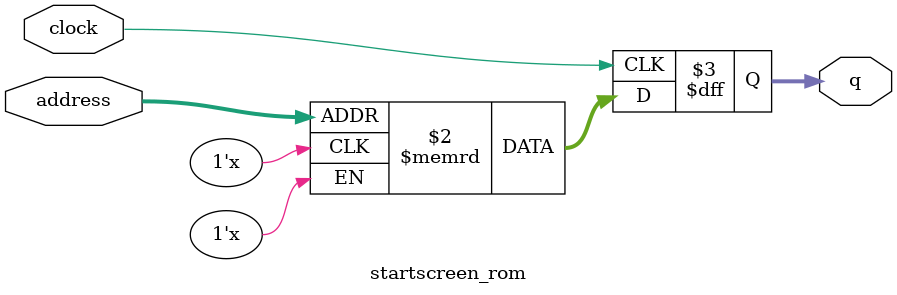
<source format=sv>
module startscreen_rom (
	input logic clock,
	input logic [16:0] address,
	output logic [4:0] q
);

logic [4:0] memory [0:76799] /* synthesis ram_init_file = "./startscreen/startscreen.mif" */;

always_ff @ (posedge clock) begin
	q <= memory[address];
end

endmodule

</source>
